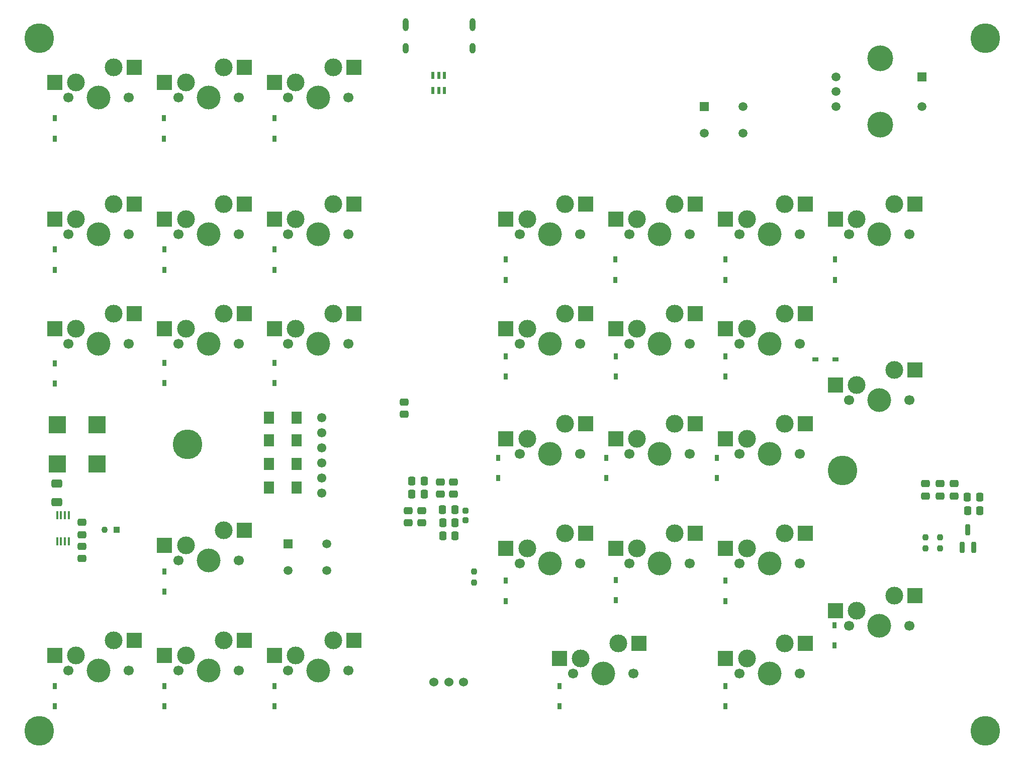
<source format=gbs>
G04 #@! TF.GenerationSoftware,KiCad,Pcbnew,8.0.3*
G04 #@! TF.CreationDate,2024-08-13T11:44:21+03:00*
G04 #@! TF.ProjectId,Keyboard_stm32,4b657962-6f61-4726-945f-73746d33322e,rev?*
G04 #@! TF.SameCoordinates,Original*
G04 #@! TF.FileFunction,Soldermask,Bot*
G04 #@! TF.FilePolarity,Negative*
%FSLAX46Y46*%
G04 Gerber Fmt 4.6, Leading zero omitted, Abs format (unit mm)*
G04 Created by KiCad (PCBNEW 8.0.3) date 2024-08-13 11:44:21*
%MOMM*%
%LPD*%
G01*
G04 APERTURE LIST*
G04 Aperture macros list*
%AMRoundRect*
0 Rectangle with rounded corners*
0 $1 Rounding radius*
0 $2 $3 $4 $5 $6 $7 $8 $9 X,Y pos of 4 corners*
0 Add a 4 corners polygon primitive as box body*
4,1,4,$2,$3,$4,$5,$6,$7,$8,$9,$2,$3,0*
0 Add four circle primitives for the rounded corners*
1,1,$1+$1,$2,$3*
1,1,$1+$1,$4,$5*
1,1,$1+$1,$6,$7*
1,1,$1+$1,$8,$9*
0 Add four rect primitives between the rounded corners*
20,1,$1+$1,$2,$3,$4,$5,0*
20,1,$1+$1,$4,$5,$6,$7,0*
20,1,$1+$1,$6,$7,$8,$9,0*
20,1,$1+$1,$8,$9,$2,$3,0*%
G04 Aperture macros list end*
%ADD10C,1.700000*%
%ADD11C,3.000000*%
%ADD12C,4.000000*%
%ADD13R,2.550000X2.500000*%
%ADD14C,5.000000*%
%ADD15R,1.500000X1.500000*%
%ADD16C,1.500000*%
%ADD17O,1.000000X1.800000*%
%ADD18O,1.000000X2.200000*%
%ADD19C,1.550000*%
%ADD20C,4.350000*%
%ADD21R,1.100000X1.100000*%
%ADD22C,1.100000*%
%ADD23R,0.740000X1.020000*%
%ADD24RoundRect,0.250000X0.475000X-0.337500X0.475000X0.337500X-0.475000X0.337500X-0.475000X-0.337500X0*%
%ADD25RoundRect,0.237500X-0.237500X0.250000X-0.237500X-0.250000X0.237500X-0.250000X0.237500X0.250000X0*%
%ADD26RoundRect,0.250000X-0.475000X0.337500X-0.475000X-0.337500X0.475000X-0.337500X0.475000X0.337500X0*%
%ADD27RoundRect,0.250000X0.337500X0.475000X-0.337500X0.475000X-0.337500X-0.475000X0.337500X-0.475000X0*%
%ADD28RoundRect,0.250000X0.650000X-0.412500X0.650000X0.412500X-0.650000X0.412500X-0.650000X-0.412500X0*%
%ADD29R,1.700000X2.100000*%
%ADD30RoundRect,0.200000X0.200000X-0.750000X0.200000X0.750000X-0.200000X0.750000X-0.200000X-0.750000X0*%
%ADD31R,1.020000X0.740000*%
%ADD32RoundRect,0.250000X-0.337500X-0.475000X0.337500X-0.475000X0.337500X0.475000X-0.337500X0.475000X0*%
%ADD33C,1.524000*%
%ADD34RoundRect,0.250000X-0.250000X0.250000X-0.250000X-0.250000X0.250000X-0.250000X0.250000X0.250000X0*%
%ADD35R,0.600000X1.200000*%
%ADD36R,0.450000X1.400000*%
%ADD37RoundRect,0.237500X0.237500X-0.250000X0.237500X0.250000X-0.237500X0.250000X-0.237500X-0.250000X0*%
%ADD38R,2.850000X2.850000*%
G04 APERTURE END LIST*
D10*
X204070000Y-64350000D03*
D11*
X205340000Y-61810000D03*
D12*
X209150000Y-64350000D03*
D11*
X211690000Y-59270000D03*
D10*
X214230000Y-64350000D03*
D13*
X201740000Y-61810000D03*
X215165000Y-59270000D03*
D10*
X167070000Y-101350000D03*
D11*
X168340000Y-98810000D03*
D12*
X172150000Y-101350000D03*
D11*
X174690000Y-96270000D03*
D10*
X177230000Y-101350000D03*
D13*
X164740000Y-98810000D03*
X178165000Y-96270000D03*
D14*
X67650000Y-31350000D03*
D15*
X109550000Y-116550000D03*
D16*
X116050000Y-116550000D03*
X109550000Y-121050000D03*
X116050000Y-121050000D03*
D10*
X72570000Y-41350000D03*
D11*
X73840000Y-38810000D03*
D12*
X77650000Y-41350000D03*
D11*
X80190000Y-36270000D03*
D10*
X82730000Y-41350000D03*
D13*
X70240000Y-38810000D03*
X83665000Y-36270000D03*
D14*
X67650000Y-148050000D03*
D10*
X72570000Y-137850000D03*
D11*
X73840000Y-135310000D03*
D12*
X77650000Y-137850000D03*
D11*
X80190000Y-132770000D03*
D10*
X82730000Y-137850000D03*
D13*
X70240000Y-135310000D03*
X83665000Y-132770000D03*
D10*
X185570000Y-138350000D03*
D11*
X186840000Y-135810000D03*
D12*
X190650000Y-138350000D03*
D11*
X193190000Y-133270000D03*
D10*
X195730000Y-138350000D03*
D13*
X183240000Y-135810000D03*
X196665000Y-133270000D03*
D10*
X148570000Y-82850000D03*
D11*
X149840000Y-80310000D03*
D12*
X153650000Y-82850000D03*
D11*
X156190000Y-77770000D03*
D10*
X158730000Y-82850000D03*
D13*
X146240000Y-80310000D03*
X159665000Y-77770000D03*
D14*
X226950000Y-148050000D03*
D10*
X91070000Y-137850000D03*
D11*
X92340000Y-135310000D03*
D12*
X96150000Y-137850000D03*
D11*
X98690000Y-132770000D03*
D10*
X101230000Y-137850000D03*
D13*
X88740000Y-135310000D03*
X102165000Y-132770000D03*
D10*
X72570000Y-64350000D03*
D11*
X73840000Y-61810000D03*
D12*
X77650000Y-64350000D03*
D11*
X80190000Y-59270000D03*
D10*
X82730000Y-64350000D03*
D13*
X70240000Y-61810000D03*
X83665000Y-59270000D03*
D10*
X204070000Y-130350000D03*
D11*
X205340000Y-127810000D03*
D12*
X209150000Y-130350000D03*
D11*
X211690000Y-125270000D03*
D10*
X214230000Y-130350000D03*
D13*
X201740000Y-127810000D03*
X215165000Y-125270000D03*
D17*
X140620000Y-33090000D03*
D18*
X140620000Y-29090000D03*
D17*
X129380000Y-33090000D03*
D18*
X129380000Y-29090000D03*
D10*
X91070000Y-82850000D03*
D11*
X92340000Y-80310000D03*
D12*
X96150000Y-82850000D03*
D11*
X98690000Y-77770000D03*
D10*
X101230000Y-82850000D03*
D13*
X88740000Y-80310000D03*
X102165000Y-77770000D03*
D19*
X115250000Y-95270000D03*
X115250000Y-97810000D03*
X115250000Y-100350000D03*
X115250000Y-102890000D03*
X115250000Y-105430000D03*
X115250000Y-107970000D03*
D15*
X179650000Y-42850000D03*
D16*
X186150000Y-42850000D03*
X179650000Y-47350000D03*
X186150000Y-47350000D03*
D14*
X92650000Y-99750000D03*
D10*
X91070000Y-64350000D03*
D11*
X92340000Y-61810000D03*
D12*
X96150000Y-64350000D03*
D11*
X98690000Y-59270000D03*
D10*
X101230000Y-64350000D03*
D13*
X88740000Y-61810000D03*
X102165000Y-59270000D03*
D14*
X226950000Y-31350000D03*
D10*
X167070000Y-82850000D03*
D11*
X168340000Y-80310000D03*
D12*
X172150000Y-82850000D03*
D11*
X174690000Y-77770000D03*
D10*
X177230000Y-82850000D03*
D13*
X164740000Y-80310000D03*
X178165000Y-77770000D03*
D10*
X157570000Y-138350000D03*
D11*
X158840000Y-135810000D03*
D12*
X162650000Y-138350000D03*
D11*
X165190000Y-133270000D03*
D10*
X167730000Y-138350000D03*
D13*
X155240000Y-135810000D03*
X168665000Y-133270000D03*
D10*
X148570000Y-119850000D03*
D11*
X149840000Y-117310000D03*
D12*
X153650000Y-119850000D03*
D11*
X156190000Y-114770000D03*
D10*
X158730000Y-119850000D03*
D13*
X146240000Y-117310000D03*
X159665000Y-114770000D03*
D10*
X91070000Y-41350000D03*
D11*
X92340000Y-38810000D03*
D12*
X96150000Y-41350000D03*
D11*
X98690000Y-36270000D03*
D10*
X101230000Y-41350000D03*
D13*
X88740000Y-38810000D03*
X102165000Y-36270000D03*
D10*
X185570000Y-82850000D03*
D11*
X186840000Y-80310000D03*
D12*
X190650000Y-82850000D03*
D11*
X193190000Y-77770000D03*
D10*
X195730000Y-82850000D03*
D13*
X183240000Y-80310000D03*
X196665000Y-77770000D03*
D10*
X185570000Y-64350000D03*
D11*
X186840000Y-61810000D03*
D12*
X190650000Y-64350000D03*
D11*
X193190000Y-59270000D03*
D10*
X195730000Y-64350000D03*
D13*
X183240000Y-61810000D03*
X196665000Y-59270000D03*
D10*
X167070000Y-119850000D03*
D11*
X168340000Y-117310000D03*
D12*
X172150000Y-119850000D03*
D11*
X174690000Y-114770000D03*
D10*
X177230000Y-119850000D03*
D13*
X164740000Y-117310000D03*
X178165000Y-114770000D03*
D16*
X201825000Y-37850000D03*
X201825000Y-40350000D03*
X201825000Y-42850000D03*
D15*
X216325000Y-37850000D03*
D16*
X216325000Y-42850000D03*
D20*
X209325000Y-34750000D03*
X209325000Y-45950000D03*
D10*
X109570000Y-41350000D03*
D11*
X110840000Y-38810000D03*
D12*
X114650000Y-41350000D03*
D11*
X117190000Y-36270000D03*
D10*
X119730000Y-41350000D03*
D13*
X107240000Y-38810000D03*
X120665000Y-36270000D03*
D10*
X185570000Y-119850000D03*
D11*
X186840000Y-117310000D03*
D12*
X190650000Y-119850000D03*
D11*
X193190000Y-114770000D03*
D10*
X195730000Y-119850000D03*
D13*
X183240000Y-117310000D03*
X196665000Y-114770000D03*
D10*
X148570000Y-101350000D03*
D11*
X149840000Y-98810000D03*
D12*
X153650000Y-101350000D03*
D11*
X156190000Y-96270000D03*
D10*
X158730000Y-101350000D03*
D13*
X146240000Y-98810000D03*
X159665000Y-96270000D03*
D10*
X109570000Y-137850000D03*
D11*
X110840000Y-135310000D03*
D12*
X114650000Y-137850000D03*
D11*
X117190000Y-132770000D03*
D10*
X119730000Y-137850000D03*
D13*
X107240000Y-135310000D03*
X120665000Y-132770000D03*
D21*
X80650000Y-114150000D03*
D22*
X78650000Y-114150000D03*
D14*
X202950000Y-104150000D03*
D10*
X204070000Y-92350000D03*
D11*
X205340000Y-89810000D03*
D12*
X209150000Y-92350000D03*
D11*
X211690000Y-87270000D03*
D10*
X214230000Y-92350000D03*
D13*
X201740000Y-89810000D03*
X215165000Y-87270000D03*
D10*
X167070000Y-64350000D03*
D11*
X168340000Y-61810000D03*
D12*
X172150000Y-64350000D03*
D11*
X174690000Y-59270000D03*
D10*
X177230000Y-64350000D03*
D13*
X164740000Y-61810000D03*
X178165000Y-59270000D03*
D10*
X148570000Y-64350000D03*
D11*
X149840000Y-61810000D03*
D12*
X153650000Y-64350000D03*
D11*
X156190000Y-59270000D03*
D10*
X158730000Y-64350000D03*
D13*
X146240000Y-61810000D03*
X159665000Y-59270000D03*
D10*
X109570000Y-82850000D03*
D11*
X110840000Y-80310000D03*
D12*
X114650000Y-82850000D03*
D11*
X117190000Y-77770000D03*
D10*
X119730000Y-82850000D03*
D13*
X107240000Y-80310000D03*
X120665000Y-77770000D03*
D10*
X91070000Y-119350000D03*
D11*
X92340000Y-116810000D03*
D12*
X96150000Y-119350000D03*
D11*
X98690000Y-114270000D03*
D10*
X101230000Y-119350000D03*
D13*
X88740000Y-116810000D03*
X102165000Y-114270000D03*
D10*
X185570000Y-101350000D03*
D11*
X186840000Y-98810000D03*
D12*
X190650000Y-101350000D03*
D11*
X193190000Y-96270000D03*
D10*
X195730000Y-101350000D03*
D13*
X183240000Y-98810000D03*
X196665000Y-96270000D03*
D10*
X109570000Y-64350000D03*
D11*
X110840000Y-61810000D03*
D12*
X114650000Y-64350000D03*
D11*
X117190000Y-59270000D03*
D10*
X119730000Y-64350000D03*
D13*
X107240000Y-61810000D03*
X120665000Y-59270000D03*
D10*
X72570000Y-82850000D03*
D11*
X73840000Y-80310000D03*
D12*
X77650000Y-82850000D03*
D11*
X80190000Y-77770000D03*
D10*
X82730000Y-82850000D03*
D13*
X70240000Y-80310000D03*
X83665000Y-77770000D03*
D23*
X88750000Y-70350000D03*
X88750000Y-66950000D03*
X183250000Y-88350000D03*
X183250000Y-84950000D03*
D24*
X132050000Y-112987500D03*
X132050000Y-110912500D03*
D25*
X216950000Y-115437500D03*
X216950000Y-117262500D03*
D23*
X144950000Y-105450000D03*
X144950000Y-102050000D03*
D26*
X74850000Y-116912500D03*
X74850000Y-118987500D03*
D23*
X107250000Y-143850000D03*
X107250000Y-140450000D03*
X183250000Y-143850000D03*
X183250000Y-140450000D03*
D27*
X137650000Y-110750000D03*
X135575000Y-110750000D03*
D28*
X70650000Y-109475000D03*
X70650000Y-106350000D03*
D23*
X201650000Y-72050000D03*
X201650000Y-68650000D03*
X70250000Y-70350000D03*
X70250000Y-66950000D03*
D29*
X106300000Y-95290000D03*
X111000000Y-95290000D03*
D23*
X70250000Y-143850000D03*
X70250000Y-140450000D03*
X181750000Y-105450000D03*
X181750000Y-102050000D03*
X88650000Y-48250000D03*
X88650000Y-44850000D03*
D30*
X225000000Y-117150000D03*
X223100000Y-117150000D03*
X224050000Y-114150000D03*
D26*
X74850000Y-112912500D03*
X74850000Y-114987500D03*
D23*
X70250000Y-89550000D03*
X70250000Y-86150000D03*
X183250000Y-126150000D03*
X183250000Y-122750000D03*
D25*
X219350000Y-115437500D03*
X219350000Y-117262500D03*
D23*
X107250000Y-89450000D03*
X107250000Y-86050000D03*
D24*
X129150000Y-94725000D03*
X129150000Y-92650000D03*
D23*
X107250000Y-70350000D03*
X107250000Y-66950000D03*
D26*
X137450000Y-106112500D03*
X137450000Y-108187500D03*
D31*
X198350000Y-85450000D03*
X201750000Y-85450000D03*
D32*
X130412500Y-105950000D03*
X132487500Y-105950000D03*
D27*
X226061250Y-110950000D03*
X223986250Y-110950000D03*
D23*
X146250000Y-88350000D03*
X146250000Y-84950000D03*
D33*
X134137500Y-139787500D03*
X136637500Y-139787500D03*
X139137500Y-139787500D03*
D23*
X164750000Y-126050000D03*
X164750000Y-122650000D03*
X88750000Y-143850000D03*
X88750000Y-140450000D03*
D27*
X226025000Y-108650000D03*
X223950000Y-108650000D03*
D34*
X139450000Y-110950000D03*
X139450000Y-112550000D03*
D23*
X163150000Y-105450000D03*
X163150000Y-102050000D03*
D35*
X133970000Y-37640000D03*
X134920000Y-37640000D03*
X135870000Y-37640000D03*
X135870000Y-40140000D03*
X134920000Y-40140000D03*
X133970000Y-40140000D03*
D26*
X216950000Y-106412500D03*
X216950000Y-108487500D03*
D23*
X88750000Y-89450000D03*
X88750000Y-86050000D03*
X107250000Y-48250000D03*
X107250000Y-44850000D03*
D27*
X137687500Y-113000000D03*
X135612500Y-113000000D03*
D23*
X146250000Y-72050000D03*
X146250000Y-68650000D03*
X164650000Y-72050000D03*
X164650000Y-68650000D03*
X164750000Y-88350000D03*
X164750000Y-84950000D03*
D26*
X135250000Y-106075000D03*
X135250000Y-108150000D03*
D29*
X106300000Y-107090000D03*
X111000000Y-107090000D03*
D23*
X201550000Y-133650000D03*
X201550000Y-130250000D03*
X146250000Y-126150000D03*
X146250000Y-122750000D03*
D24*
X129800000Y-112987500D03*
X129800000Y-110912500D03*
D29*
X106300000Y-103090000D03*
X111000000Y-103090000D03*
D32*
X130412500Y-108150000D03*
X132487500Y-108150000D03*
D36*
X72625000Y-116112500D03*
X71975000Y-116112500D03*
X71325000Y-116112500D03*
X70675000Y-116112500D03*
X70675000Y-111712500D03*
X71325000Y-111712500D03*
X71975000Y-111712500D03*
X72625000Y-111712500D03*
D26*
X219350000Y-106412500D03*
X219350000Y-108487500D03*
D27*
X137687500Y-115150000D03*
X135612500Y-115150000D03*
D37*
X140850000Y-123012500D03*
X140850000Y-121187500D03*
D23*
X88750000Y-124550000D03*
X88750000Y-121150000D03*
X183250000Y-72050000D03*
X183250000Y-68650000D03*
D26*
X221750000Y-106400000D03*
X221750000Y-108475000D03*
D29*
X106300000Y-99090000D03*
X111000000Y-99090000D03*
D23*
X70250000Y-48250000D03*
X70250000Y-44850000D03*
D38*
X77375000Y-103075000D03*
X77375000Y-96425000D03*
X70725000Y-103075000D03*
X70725000Y-96425000D03*
D23*
X155250000Y-143850000D03*
X155250000Y-140450000D03*
M02*

</source>
